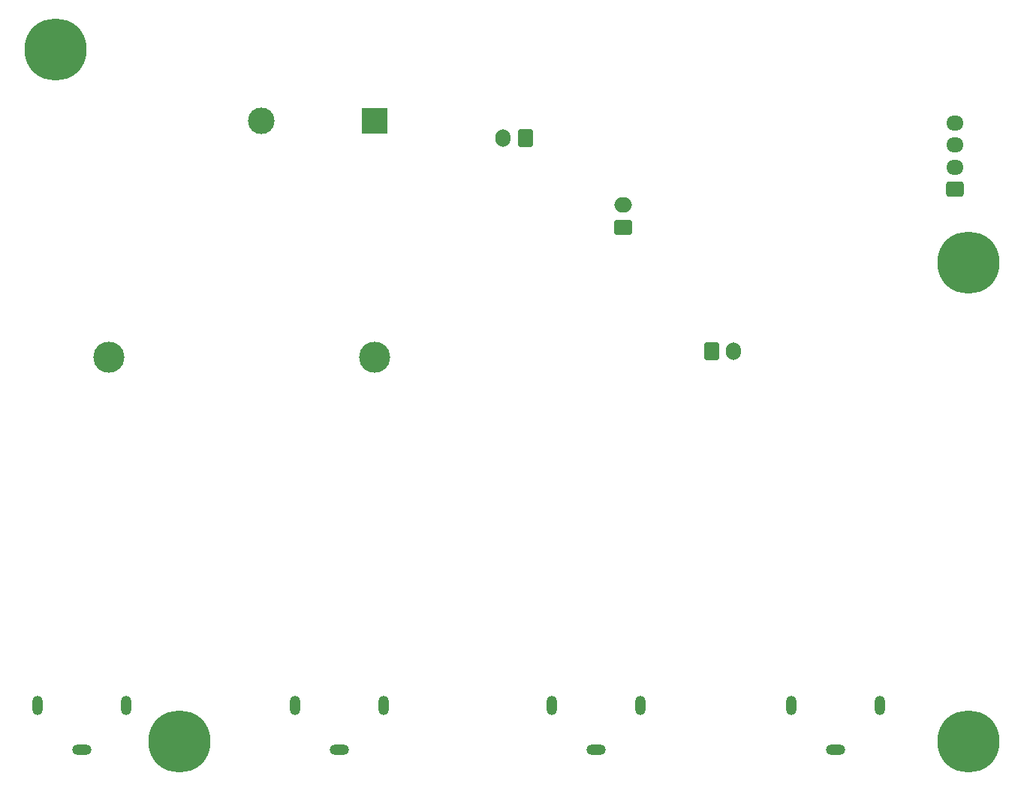
<source format=gbr>
%TF.GenerationSoftware,KiCad,Pcbnew,(6.0.10-0)*%
%TF.CreationDate,2023-07-20T21:22:03-04:00*%
%TF.ProjectId,Buzzers v2,42757a7a-6572-4732-9076-322e6b696361,rev?*%
%TF.SameCoordinates,Original*%
%TF.FileFunction,Soldermask,Bot*%
%TF.FilePolarity,Negative*%
%FSLAX46Y46*%
G04 Gerber Fmt 4.6, Leading zero omitted, Abs format (unit mm)*
G04 Created by KiCad (PCBNEW (6.0.10-0)) date 2023-07-20 21:22:03*
%MOMM*%
%LPD*%
G01*
G04 APERTURE LIST*
G04 Aperture macros list*
%AMRoundRect*
0 Rectangle with rounded corners*
0 $1 Rounding radius*
0 $2 $3 $4 $5 $6 $7 $8 $9 X,Y pos of 4 corners*
0 Add a 4 corners polygon primitive as box body*
4,1,4,$2,$3,$4,$5,$6,$7,$8,$9,$2,$3,0*
0 Add four circle primitives for the rounded corners*
1,1,$1+$1,$2,$3*
1,1,$1+$1,$4,$5*
1,1,$1+$1,$6,$7*
1,1,$1+$1,$8,$9*
0 Add four rect primitives between the rounded corners*
20,1,$1+$1,$2,$3,$4,$5,0*
20,1,$1+$1,$4,$5,$6,$7,0*
20,1,$1+$1,$6,$7,$8,$9,0*
20,1,$1+$1,$8,$9,$2,$3,0*%
G04 Aperture macros list end*
%ADD10RoundRect,0.250000X0.600000X0.750000X-0.600000X0.750000X-0.600000X-0.750000X0.600000X-0.750000X0*%
%ADD11O,1.700000X2.000000*%
%ADD12C,7.000000*%
%ADD13RoundRect,0.250000X-0.600000X-0.750000X0.600000X-0.750000X0.600000X0.750000X-0.600000X0.750000X0*%
%ADD14O,1.200000X2.200000*%
%ADD15O,2.200000X1.200000*%
%ADD16C,3.500000*%
%ADD17R,3.000000X3.000000*%
%ADD18C,3.000000*%
%ADD19RoundRect,0.250000X0.725000X-0.600000X0.725000X0.600000X-0.725000X0.600000X-0.725000X-0.600000X0*%
%ADD20O,1.950000X1.700000*%
%ADD21RoundRect,0.250000X0.750000X-0.600000X0.750000X0.600000X-0.750000X0.600000X-0.750000X-0.600000X0*%
%ADD22O,2.000000X1.700000*%
G04 APERTURE END LIST*
D10*
%TO.C,J1*%
X134000000Y-52000000D03*
D11*
X131500000Y-52000000D03*
%TD*%
D12*
%TO.C,H2*%
X184000000Y-120000000D03*
%TD*%
D13*
%TO.C,J8*%
X155000000Y-76000000D03*
D11*
X157500000Y-76000000D03*
%TD*%
D12*
%TO.C,H3*%
X81000000Y-42000000D03*
%TD*%
D14*
%TO.C,J5*%
X79000000Y-116000000D03*
D15*
X84000000Y-121000000D03*
D14*
X89000000Y-116000000D03*
%TD*%
D12*
%TO.C,H1*%
X184000000Y-66000000D03*
%TD*%
D16*
%TO.C,BT1*%
X117000000Y-76700000D03*
X87000000Y-76700000D03*
D17*
X117000000Y-50000000D03*
D18*
X104200000Y-50000000D03*
%TD*%
D19*
%TO.C,J6*%
X182475000Y-57750000D03*
D20*
X182475000Y-55250000D03*
X182475000Y-52750000D03*
X182475000Y-50250000D03*
%TD*%
D14*
%TO.C,J2*%
X164000000Y-116000000D03*
D15*
X169000000Y-121000000D03*
D14*
X174000000Y-116000000D03*
%TD*%
%TO.C,J3*%
X137000000Y-116000000D03*
D15*
X142000000Y-121000000D03*
D14*
X147000000Y-116000000D03*
%TD*%
%TO.C,J4*%
X108000000Y-116000000D03*
D15*
X113000000Y-121000000D03*
D14*
X118000000Y-116000000D03*
%TD*%
D21*
%TO.C,J7*%
X145000000Y-62000000D03*
D22*
X145000000Y-59500000D03*
%TD*%
D12*
%TO.C,H4*%
X95000000Y-120000000D03*
%TD*%
M02*

</source>
